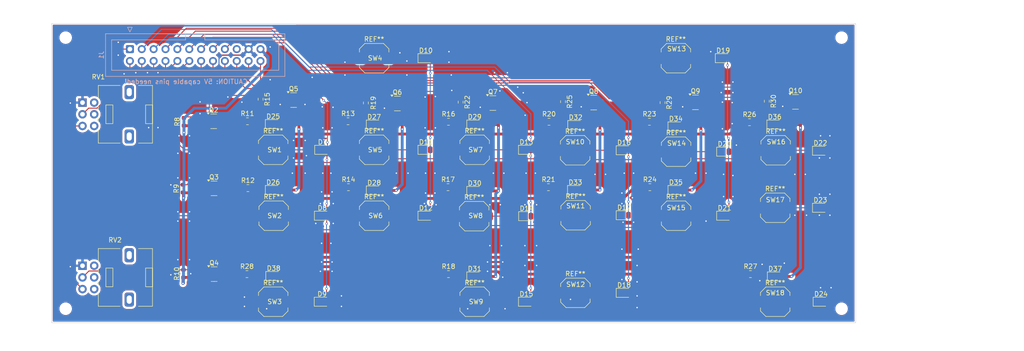
<source format=kicad_pcb>
(kicad_pcb
	(version 20240108)
	(generator "pcbnew")
	(generator_version "8.0")
	(general
		(thickness 1.6)
		(legacy_teardrops no)
	)
	(paper "A4")
	(layers
		(0 "F.Cu" signal)
		(31 "B.Cu" signal)
		(34 "B.Paste" user)
		(35 "F.Paste" user)
		(36 "B.SilkS" user "B.Silkscreen")
		(37 "F.SilkS" user "F.Silkscreen")
		(38 "B.Mask" user)
		(39 "F.Mask" user)
		(44 "Edge.Cuts" user)
		(45 "Margin" user)
		(46 "B.CrtYd" user "B.Courtyard")
		(47 "F.CrtYd" user "F.Courtyard")
		(48 "B.Fab" user)
		(49 "F.Fab" user)
	)
	(setup
		(stackup
			(layer "F.SilkS"
				(type "Top Silk Screen")
				(color "White")
			)
			(layer "F.Paste"
				(type "Top Solder Paste")
			)
			(layer "F.Mask"
				(type "Top Solder Mask")
				(color "Black")
				(thickness 0.01)
			)
			(layer "F.Cu"
				(type "copper")
				(thickness 0.035)
			)
			(layer "dielectric 1"
				(type "core")
				(thickness 1.51)
				(material "FR4")
				(epsilon_r 4.5)
				(loss_tangent 0.02)
			)
			(layer "B.Cu"
				(type "copper")
				(thickness 0.035)
			)
			(layer "B.Mask"
				(type "Bottom Solder Mask")
				(color "Black")
				(thickness 0.01)
			)
			(layer "B.Paste"
				(type "Bottom Solder Paste")
			)
			(layer "B.SilkS"
				(type "Bottom Silk Screen")
				(color "White")
			)
			(copper_finish "None")
			(dielectric_constraints yes)
		)
		(pad_to_mask_clearance 0)
		(allow_soldermask_bridges_in_footprints no)
		(aux_axis_origin 62.5 134)
		(grid_origin 62.5 134)
		(pcbplotparams
			(layerselection 0x00010fc_ffffffff)
			(plot_on_all_layers_selection 0x0000000_00000000)
			(disableapertmacros no)
			(usegerberextensions no)
			(usegerberattributes yes)
			(usegerberadvancedattributes yes)
			(creategerberjobfile yes)
			(dashed_line_dash_ratio 12.000000)
			(dashed_line_gap_ratio 3.000000)
			(svgprecision 4)
			(plotframeref no)
			(viasonmask no)
			(mode 1)
			(useauxorigin no)
			(hpglpennumber 1)
			(hpglpenspeed 20)
			(hpglpendiameter 15.000000)
			(pdf_front_fp_property_popups yes)
			(pdf_back_fp_property_popups yes)
			(dxfpolygonmode yes)
			(dxfimperialunits yes)
			(dxfusepcbnewfont yes)
			(psnegative no)
			(psa4output no)
			(plotreference yes)
			(plotvalue yes)
			(plotfptext yes)
			(plotinvisibletext no)
			(sketchpadsonfab no)
			(subtractmaskfromsilk no)
			(outputformat 1)
			(mirror no)
			(drillshape 1)
			(scaleselection 1)
			(outputdirectory "")
		)
	)
	(net 0 "")
	(net 1 "Net-(D7-K)")
	(net 2 "/Keys_Col1")
	(net 3 "Net-(D8-K)")
	(net 4 "Net-(D9-K)")
	(net 5 "Net-(D10-K)")
	(net 6 "/Keys_Col2")
	(net 7 "Net-(D11-K)")
	(net 8 "Net-(D12-K)")
	(net 9 "Net-(D13-K)")
	(net 10 "/Keys_Col3")
	(net 11 "Net-(D14-K)")
	(net 12 "Net-(D15-K)")
	(net 13 "Net-(D16-K)")
	(net 14 "/Keys_Col4")
	(net 15 "Net-(D17-K)")
	(net 16 "Net-(D18-K)")
	(net 17 "Net-(D19-K)")
	(net 18 "/Keys_Col5")
	(net 19 "Net-(D20-K)")
	(net 20 "Net-(D21-K)")
	(net 21 "Net-(D22-K)")
	(net 22 "/Keys_Col6")
	(net 23 "Net-(D23-K)")
	(net 24 "Net-(D24-K)")
	(net 25 "Net-(D25-K)")
	(net 26 "Net-(D25-A)")
	(net 27 "Net-(D26-K)")
	(net 28 "Net-(D27-K)")
	(net 29 "Net-(D27-A)")
	(net 30 "Net-(D28-K)")
	(net 31 "Net-(D29-A)")
	(net 32 "Net-(D29-K)")
	(net 33 "Net-(D30-K)")
	(net 34 "Net-(D31-K)")
	(net 35 "Net-(D32-A)")
	(net 36 "Net-(D32-K)")
	(net 37 "Net-(D33-K)")
	(net 38 "Net-(D34-K)")
	(net 39 "Net-(D34-A)")
	(net 40 "Net-(D35-K)")
	(net 41 "Net-(D36-K)")
	(net 42 "Net-(D36-A)")
	(net 43 "Net-(D37-K)")
	(net 44 "Net-(D38-K)")
	(net 45 "GND")
	(net 46 "+3V3")
	(net 47 "VBUS")
	(net 48 "/Lower")
	(net 49 "/Upper")
	(net 50 "Net-(Q2-D)")
	(net 51 "/LEDs_Row1")
	(net 52 "Net-(Q3-D)")
	(net 53 "/LEDs_Row2")
	(net 54 "Net-(Q4-D)")
	(net 55 "/LEDs_Row3")
	(net 56 "/LEDs_Col1")
	(net 57 "/LEDs_Col2")
	(net 58 "/LEDs_Col3")
	(net 59 "/LEDs_Col4")
	(net 60 "/LEDs_Col5")
	(net 61 "/LEDs_Col6")
	(net 62 "/Keys_Row2")
	(net 63 "/Keys_Row3")
	(net 64 "/Keys_Row1")
	(net 65 "/Keys_Row4")
	(net 66 "unconnected-(J1-Pin_19-Pad19)")
	(footprint "Button_Switch_SMD:SW_Push_1TS009xxxx-xxxx-xxxx_6x6x5mm" (layer "F.Cu") (at 196.05 77.4))
	(footprint "Button_Switch_SMD:SW_Push_1TS009xxxx-xxxx-xxxx_6x6x5mm" (layer "F.Cu") (at 109.9 129.5))
	(footprint "LED_SMD:LED_0805_2012Metric" (layer "F.Cu") (at 174.55 105.6))
	(footprint "Resistor_SMD:R_0805_2012Metric" (layer "F.Cu") (at 212 123.6))
	(footprint "Diode_SMD:D_0805_2012Metric" (layer "F.Cu") (at 142.5625 77.4))
	(footprint "Button_Switch_SMD:SW_Push_1TS009xxxx-xxxx-xxxx_6x6x5mm" (layer "F.Cu") (at 109.9 97))
	(footprint "Diode_SMD:D_0805_2012Metric" (layer "F.Cu") (at 164.0625 129.5))
	(footprint "LED_SMD:LED_0805_2012Metric" (layer "F.Cu") (at 217.3 124.1))
	(footprint "Resistor_SMD:R_0603_1608Metric" (layer "F.Cu") (at 193.2 86.9 -90))
	(footprint "Resistor_SMD:R_0603_1608Metric" (layer "F.Cu") (at 215.5 86.6 -90))
	(footprint "Resistor_SMD:R_0805_2012Metric" (layer "F.Cu") (at 211.8 91.1))
	(footprint "Package_TO_SOT_SMD:SOT-23" (layer "F.Cu") (at 221.6375 86.75))
	(footprint "Diode_SMD:D_0805_2012Metric" (layer "F.Cu") (at 226.9625 97.2))
	(footprint "NiasStuff:Potentiometer_Alps_RK09L_Double_Vertical" (layer "F.Cu") (at 69.1 86.9))
	(footprint "Package_TO_SOT_SMD:SOT-23" (layer "F.Cu") (at 178.4625 86.9))
	(footprint "Resistor_SMD:R_0603_1608Metric" (layer "F.Cu") (at 107.2 86.175 -90))
	(footprint "Resistor_SMD:R_0805_2012Metric" (layer "F.Cu") (at 104.2875 123.6))
	(footprint "NiasStuff:Potentiometer_Alps_RK09L_Double_Vertical" (layer "F.Cu") (at 69.1 121.8))
	(footprint "Package_TO_SOT_SMD:SOT-23" (layer "F.Cu") (at 97.2625 123.6))
	(footprint "Diode_SMD:D_0805_2012Metric" (layer "F.Cu") (at 184.9625 97.1))
	(footprint "Button_Switch_SMD:SW_Push_1TS009xxxx-xxxx-xxxx_6x6x5mm" (layer "F.Cu") (at 174.5 97.1))
	(footprint "Button_Switch_SMD:SW_Push_1TS009xxxx-xxxx-xxxx_6x6x5mm" (layer "F.Cu") (at 174.6 111))
	(footprint "Diode_SMD:D_0805_2012Metric" (layer "F.Cu") (at 164.1 111.2))
	(footprint "LED_SMD:LED_0805_2012Metric" (layer "F.Cu") (at 131.5 105.7))
	(footprint "MountingHole:MountingHole_2.2mm_M2" (layer "F.Cu") (at 65.5 131))
	(footprint "LED_SMD:LED_0805_2012Metric" (layer "F.Cu") (at 153 105.8))
	(footprint "Resistor_SMD:R_0603_1608Metric" (layer "F.Cu") (at 150 86.8 -90))
	(footprint "Button_Switch_SMD:SW_Push_1TS009xxxx-xxxx-xxxx_6x6x5mm" (layer "F.Cu") (at 217.4 97.1))
	(footprint "Button_Switch_SMD:SW_Push_1TS009xxxx-xxxx-xxxx_6x6x5mm" (layer "F.Cu") (at 217.3 109.4))
	(footprint "Package_TO_SOT_SMD:SOT-23"
		(layer "F.Cu")
		(uuid "452fd7e3-d871-490a-99b0-594c1685ac96")
		(at 97.2375 105.25)
		(descr "SOT, 3 Pin (https://www.jedec.org/system/files/docs/to-236h.pdf variant AB), generated with kicad-footprint-generator ipc_gullwing_generator.py")
		(tags "SOT TO_SOT_SMD")
		(property "Reference" "Q3"
			(at 0 -2.4 0)
			(layer "F.SilkS")
			(uuid "948997a6-bae5-4ef5-acdd-99d9eead8b05")
			(effects
				(font
					(size 1 1)
					(thickness 0.15)
				)
			)
		)
		(property "Value" "AO3401A"
			(at 0 2.4 0)
			(layer "F.Fab")
			(uuid "ce608140-8858-4d26-92a8-ae79f87a423b")
			(effects
				(font
					(size 1 1)
					(thickness 0.15)
				)
			)
		)
		(property "Footprint" "Package_TO_SOT_SMD:SOT-23"
			(at 0 0 0)
			(unlocked yes)
			(layer "F.Fab")
			(hide yes)
			(uuid "bea265a7-edd4-4da4-9bf1-e068237c0006")
			(effects
				(font
					(size 1.27 1.27)
				)
			)
		)
		(property "Datasheet" "https://www.lcsc.com/datasheet/lcsc_datasheet_2109011130_YONGYUTAI-AO3401_C2891730.pdf"
			(at 0 0 0)
			(unlocked yes)
			(layer "F.Fab")
			(hide yes)
			(uuid "2d7a4a8f-b0ec-4006-8f80-be2cc49df245")
			(effects
				(font
					(size 1.27 1.27)
				)
			)
		)
		(property "Description" ""
			(at 0 0 0)
			(unlocked yes)
			(layer "F.Fab")
			(hide yes)
			(uuid "776f3e86-8b21-4543-81f0-b989fb270bd9")
			(effects
				(font
					(size 1.27 1.27)
				)
			)
		)
		(property "JLCPCB Part" "C2891730"
			(at 0 0 0)
			(unlocked yes)
			(layer "F.Fab")
			(hide yes)
			(uuid "2167e38e-0617-404b-81c0-619176c215e6")
			(effects
				(font
					(size 1 1)
					(thickness 0.15)
				)
			)
		)
		(property "Manufracturer" "YONGYUTAI"
			(at 0 0 0)
			(unlocked yes)
			(layer "F.Fab")
			(hide yes)
			(uuid "6ebb38d1-22d6-454e-8909-d3077e955a65")
			(effects
				(font
					(size 1 1)
					(thickness 0.15)
				)
			)
		)
		(property "Manufracturer Part Number" "AO3401"
			(at 0 0 0)
			(unlocked yes)
			(layer "F.Fab")
			(hide yes)
			(uuid "65da1f51-0ff5-421b-8e60-4675c607ba13")
			(effects
				(font
					(size 1 1)
					(thickness 0.15)
				)
			)
		)
		(property ki_fp_filters "SOT?23*")
		(path "/65127229-c2c0-44eb-812a-0d9645b5c7fb/6a6eecac-355d-43e0-8d83-ff6149d52af3")
		(sheetname "Key LEDs")
		(sheetfile "key_LEDs.kicad_sch")
		(attr smd)
		(fp_line
			(start 0 -1.56)
			(end -0.65 -1.56)
			(stroke
				(width 0.12)
				(type solid)
			)
			(layer "F.SilkS")
			(uuid "b09b505f-05eb-4558-bca2-8691f13c4397")
		)
		(fp_line
			(start 0 -1.56)
			(end 0.65 -1.56)
			(stroke
				(width 0.12)
				(type solid)
			)
			(layer "F.SilkS")
			(uuid "03376ee0-c942-4efa-aca8-16956c81149b")
		)
		(fp_line
			(start 0 1.56)
			(end -0.65 1.56)
			(stroke
				(width 0.12)
				(type solid)
			)
			(layer "F.SilkS")
			(uuid "77f1cb08-a233-48db-b9f1-764c39d9b426")
		)
		(fp_line
			(start 0 1.56)
			(end 0.65 1.56)
			(stroke
				(width 0.12)
				(type solid)
			)
			(layer "F.SilkS")
			(uuid "6ac9b455-1a20-49ca-af82-328e2990efa3")
		)
		(fp_poly
			(pts
				(xy -1.1625 -1.51) (xy -1.4025 -1.84) (xy -0.9225 -1.84) (xy -1.1625 -1.51)
			)
			(stroke
				(width 0.12)
				(type solid)
			)
			(fill solid)
			(layer "F.SilkS")
			(uuid "9cb88e38-9472-4c37-8d62-57fe8cced74f")
		)
		(fp_line
			(start -1.92 -1.7)
			(end -1.92 1.7)
			(stroke
				(width 0.05)
				(type solid)
			)
			(layer "F.CrtYd")
			(uuid "937869d7-ea04-41f5-9a37-8cc3855cfa3e")
		)
		(fp_line
			(start -1.92 1.7)
			(end 1.92 1.7)
			(stroke
				(width 0.05)
				(type solid)
			)
			(layer "F.CrtYd")
			(uuid "6451a082-2870-41bd-b2ae-290b05112339")
		)
		(fp_line
			(start 1.92 -1.7)
			(end -1.92 -1.7)
			(stroke
				(width 0.05)
				(type solid)
			)
			(layer "F.CrtYd")
			(uuid "b73388c6-16bd-458d-9c52-78dc7893225c")
		)
		(fp_line
			(start 1.92 1.7)
			(end 1.92 -1.7)
			(stroke
				(width 0.05)
				(type solid)
			)
			(layer "F.CrtYd")
			(uuid "4874642d-815b-4a0c-bb40-477e2a1a1fa5")
		)
		(fp_line
			(start -0.65 -1.125)
			(end -0.325 -1.45)
			(stroke
				(width 0.1)
				(type solid)
			)
			(layer "F.Fab")
			(uuid "47ee4f27-fbc0-4711-928b-5d3db94eb8bd")
		)
		(fp_line
			(start -0.65 1.45)
			(end -0.65 -1.125)
			(stroke
				(width 0.1)
				(type solid)
			)
			(layer "F.Fab")
			(uuid "0cb00720-c8ba-4eb3-9941-732170038e67")
		)
		(fp_line
			(start -0.325 -1.45)
			(end 0.65 -1.45)
			(stroke
				(width 0.1)
				(type solid)
			)
			(layer "F.Fab")
			(uuid "e1bb25b8-8b86-4d94-98e9-e81cf1a4b991")
		)
		(fp_line
			(start 0.65 -1.45)
			(end 0.65 1.45)
			(stroke
				(width 0.1)
				(type solid)
			)
			(layer "F.Fab")
			(uuid "f82090b7-04d4-415f-81a2-6f118005b1db")
		)
		(fp_line
			(start 0.65 1.45)
			(end -0.65 1.45)
			(stroke
				(width 0.1)
				(type solid)
			)
			(layer "F.Fab")
			(uuid "1678be4e-f7a3-468d-b789-eafdf5045b6e")
		)
		(fp_text user "${REFERENCE}"
			(at 0 0 0)
			(layer "F.Fab")
			(uuid "96e5c174-a795-4887-82c5-dff74a55e506")
			(effects
				(font
					(size 0.32 0.32)
					(thickness 0.05)
				)
			)
		)
		(pad "1" smd roundrect
			(at -0.9375 -0.95)
			(size 1.475 0.6)
			(layers "F.Cu" "F.Paste" "F.Mask")
			(roundrect_rratio 0.25)
			(net 53 "/LEDs_Row2")
			(pinfunction "G")
			(pintype "input")
			(uuid "88c27f48-650d-44ef-8958-ae1bcdf80d8e")
		)
		(pad "2" smd roundrect
			(at -0.9375 0.95)
			(size 1.475 0.6)
			(layers "F.Cu" "F.Paste" "F.Mask")
			(roundrect_rratio 0.25)
			(net 47 "VBUS")
			(pinfunction "S")
			(pintype "passive")
			(uuid "8ab2441d-e98a-48e6-abef-9264b8f05e72")
		)
		(pad "3" smd roundrect
			(at 0.9375 0)
			(size 1.475 0.6)
			(layers "F.Cu" "F.Paste" "F.Mask")
			(roundrect_rratio 0.25)
			(net 52 "Net-(Q3-D)")
			(pinfunction "D")
			(pintype "passive")
			(uuid "2e5bc3fc-ed98-459d-9bc4-9f8503de338b")
		)
		(model "${KICAD8_3DMODEL_DIR}/Package_TO_SOT_SMD.3dshapes/SOT-23.wrl"
			(offset
				(xyz 0 0 0)
			)
			(scale
				(xyz 1 1 1)
			)
			(rotate
				(xyz 0 0 0)

... [830519 chars truncated]
</source>
